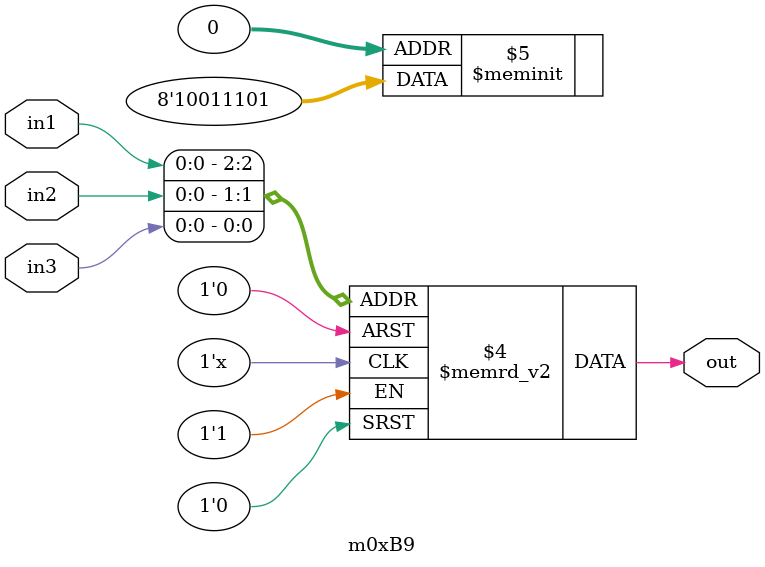
<source format=v>
module m0xB9(output out, input in1, in2, in3);

   always @(in1, in2, in3)
     begin
        case({in1, in2, in3})
          3'b000: {out} = 1'b1;
          3'b001: {out} = 1'b0;
          3'b010: {out} = 1'b1;
          3'b011: {out} = 1'b1;
          3'b100: {out} = 1'b1;
          3'b101: {out} = 1'b0;
          3'b110: {out} = 1'b0;
          3'b111: {out} = 1'b1;
        endcase // case ({in1, in2, in3})
     end // always @ (in1, in2, in3)

endmodule // m0xB9
</source>
